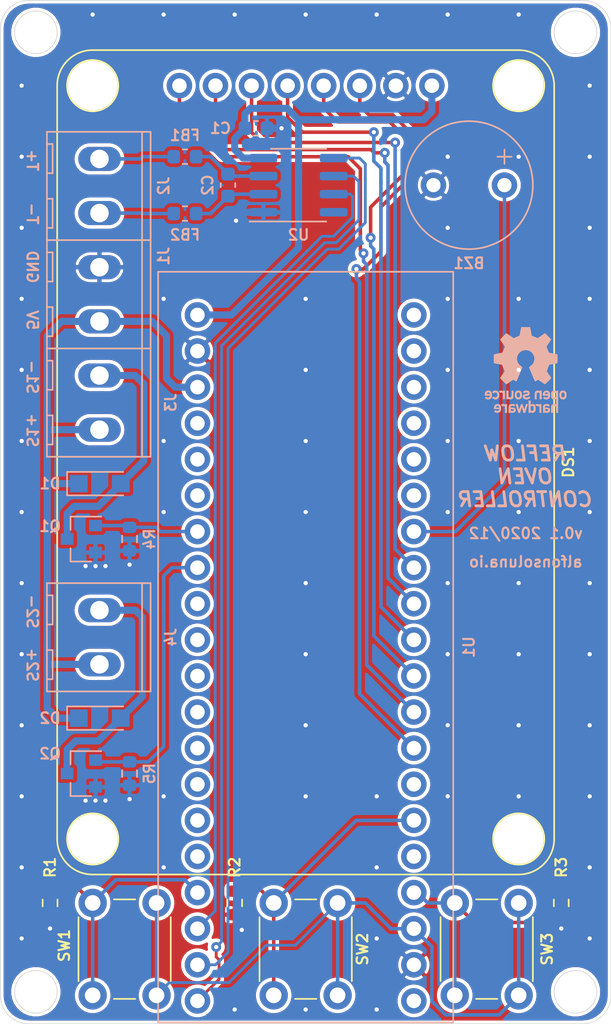
<source format=kicad_pcb>
(kicad_pcb (version 20171130) (host pcbnew 5.1.9)
  (layers (0 F.Cu signal) (31 B.Cu signal) (34 B.Paste user) (35 F.Paste user) (36 B.SilkS user) (37 F.SilkS user) (38 B.Mask user) (39 F.Mask user) (44 Edge.Cuts user))
  (net 0 "")
  (net 1 GND)
  (net 2 /3V3)
  (net 3 /T-_FILTER)
  (net 4 /T+_FILTER)
  (net 5 /T+)
  (net 6 /T-)
  (net 7 /MISO2)
  (net 8 /CS2)
  (net 9 /SCK2)
  (net 10 /BUZZER)
  (net 11 /5V)
  (net 12 /OUT1-)
  (net 13 /OUT2-)
  (net 14 /MOSI1)
  (net 15 /SCK1)
  (net 16 /CS1)
  (net 17 /DC)
  (net 18 /RST)
  (net 19 /BL)
  (net 20 /OUT1)
  (net 21 /OUT2)
  (net 22 /BTN_A)
  (net 23 /BTN_B)
  (net 24 /BTN_C)
  (net 25 /3V3_2)
  (module Symbol:OSHW-Logo_5.7x6mm_SilkScreen (layer B.Cu) (at 15.5 -10 180)
    (fp_text reference REF** hide)
    (fp_text value OSHW-Logo_5.7x6mm_SilkScreen hide)
  )
  (module Resistor_SMD:R_0603_1608Metric (layer B.Cu) (at -12.4 18.4 270)
    (fp_text reference R5 (at 0 -1.4 90) (layer B.SilkS) (effects (font (size 0.75 0.75)) (justify mirror)))
    (fp_text value 10K)
    (pad 2 smd roundrect (at 0.825 0 270) (size 0.8 0.95) (layers B.Cu B.Paste B.Mask) (net 1 GND))
    (pad 1 smd roundrect (at -0.825 0 270) (size 0.8 0.95) (layers B.Cu B.Paste B.Mask) (net 21 /OUT2))
  )
  (module Resistor_SMD:R_0603_1608Metric (layer B.Cu) (at -12.4 1.9 270)
    (fp_text reference R4 (at 0 -1.4 90) (layer B.SilkS) (effects (font (size 0.75 0.75)) (justify mirror)))
    (fp_text value 10K)
    (pad 2 smd roundrect (at 0.825 0 270) (size 0.8 0.95) (layers B.Cu B.Paste B.Mask) (net 1 GND))
    (pad 1 smd roundrect (at -0.825 0 270) (size 0.8 0.95) (layers B.Cu B.Paste B.Mask) (net 20 /OUT1))
  )
  (module Resistor_SMD:R_0603_1608Metric (layer F.Cu) (at 18 27.5 270)
    (fp_text reference R3 (at -2.5 0 90) (layer F.SilkS) (effects (font (size 0.75 0.75))))
    (fp_text value 10K)
    (pad 2 smd roundrect (at 0.825 0 270) (size 0.8 0.95) (layers F.Cu F.Paste F.Mask) (net 1 GND))
    (pad 1 smd roundrect (at -0.825 0 270) (size 0.8 0.95) (layers F.Cu F.Paste F.Mask) (net 24 /BTN_C))
  )
  (module Resistor_SMD:R_0603_1608Metric (layer F.Cu) (at -5 27.5 270)
    (fp_text reference R2 (at -2.5 0 90) (layer F.SilkS) (effects (font (size 0.75 0.75))))
    (fp_text value 10K)
    (pad 2 smd roundrect (at 0.825 0 270) (size 0.8 0.95) (layers F.Cu F.Paste F.Mask) (net 1 GND))
    (pad 1 smd roundrect (at -0.825 0 270) (size 0.8 0.95) (layers F.Cu F.Paste F.Mask) (net 23 /BTN_B))
  )
  (module Resistor_SMD:R_0603_1608Metric (layer F.Cu) (at -18 27.5 270)
    (fp_text reference R1 (at -2.5 0 90) (layer F.SilkS) (effects (font (size 0.75 0.75))))
    (fp_text value 10K)
    (pad 2 smd roundrect (at 0.825 0 270) (size 0.8 0.95) (layers F.Cu F.Paste F.Mask) (net 1 GND))
    (pad 1 smd roundrect (at -0.825 0 270) (size 0.8 0.95) (layers F.Cu F.Paste F.Mask) (net 22 /BTN_A))
  )
  (module Package_TO_SOT_SMD:SOT-23 (layer B.Cu) (at -15.8 18.4 180)
    (fp_text reference Q2 (at 2.2 1.4) (layer B.SilkS) (effects (font (size 0.75 0.75)) (justify mirror)))
    (fp_text value FDN327N)
    (pad 3 smd rect (at 1 0 180) (size 0.9 0.8) (layers B.Cu B.Paste B.Mask) (net 13 /OUT2-))
    (pad 2 smd rect (at -1 -0.95 180) (size 0.9 0.8) (layers B.Cu B.Paste B.Mask) (net 1 GND))
    (pad 1 smd rect (at -1 0.95 180) (size 0.9 0.8) (layers B.Cu B.Paste B.Mask) (net 21 /OUT2))
  )
  (module Package_TO_SOT_SMD:SOT-23 (layer B.Cu) (at -15.8 1.9 180)
    (fp_text reference Q1 (at 2.2 0.9) (layer B.SilkS) (effects (font (size 0.75 0.75)) (justify mirror)))
    (fp_text value FDN327N)
    (pad 3 smd rect (at 1 0 180) (size 0.9 0.8) (layers B.Cu B.Paste B.Mask) (net 12 /OUT1-))
    (pad 2 smd rect (at -1 -0.95 180) (size 0.9 0.8) (layers B.Cu B.Paste B.Mask) (net 1 GND))
    (pad 1 smd rect (at -1 0.95 180) (size 0.9 0.8) (layers B.Cu B.Paste B.Mask) (net 20 /OUT1))
  )
  (module _AKL_Diode:SOD-123FL (layer B.Cu) (at -14.5 14.5)
    (fp_text reference D2 (at -3.5 0) (layer B.SilkS) (effects (font (size 0.75 0.75)) (justify mirror)))
    (fp_text value MBR120VLSFT3G)
    (pad 1 smd rect (at -1.475 0) (size 1.25 1.22) (layers B.Cu B.Paste B.Mask) (net 11 /5V))
    (pad 2 smd rect (at 1.475 0) (size 1.25 1.22) (layers B.Cu B.Paste B.Mask) (net 13 /OUT2-))
  )
  (module _AKL_Diode:SOD-123FL (layer B.Cu) (at -14.5 -2)
    (fp_text reference D1 (at -3.5 0) (layer B.SilkS) (effects (font (size 0.75 0.75)) (justify mirror)))
    (fp_text value MBR120VLSFT3G)
    (pad 1 smd rect (at -1.475 0) (size 1.25 1.22) (layers B.Cu B.Paste B.Mask) (net 11 /5V))
    (pad 2 smd rect (at 1.475 0) (size 1.25 1.22) (layers B.Cu B.Paste B.Mask) (net 12 /OUT1-))
  )
  (module _AKL_Connector:WJ124-3.81-2P (layer B.Cu) (at -14.52 8.81 90)
    (fp_text reference J4 (at 0 5.02 270) (layer B.SilkS) (effects (font (size 0.75 0.75)) (justify mirror)))
    (fp_text value WJ124-3.81-2P)
    (pad 2 thru_hole oval (at 1.905 0) (size 3 1.7) (drill 1.3) (layers *.Cu *.Mask) (net 13 /OUT2-))
    (pad 1 thru_hole oval (at -1.905 0) (size 3 1.7) (drill 1.3) (layers *.Cu *.Mask) (net 11 /5V))
  )
  (module _AKL_Connector:WJ124-3.81-2P (layer B.Cu) (at -14.52 -7.7 90)
    (fp_text reference J3 (at 0 5.02 90) (layer B.SilkS) (effects (font (size 0.75 0.75)) (justify mirror)))
    (fp_text value WJ124-3.81-2P)
    (pad 2 thru_hole oval (at 1.905 0) (size 3 1.7) (drill 1.3) (layers *.Cu *.Mask) (net 12 /OUT1-))
    (pad 1 thru_hole oval (at -1.905 0) (size 3 1.7) (drill 1.3) (layers *.Cu *.Mask) (net 11 /5V))
  )
  (module _AKL_Connector:WJ124-3.81-2P (layer B.Cu) (at -14.52 -22.94 90)
    (fp_text reference J2 (at 0 4.52 270) (layer B.SilkS) (effects (font (size 0.75 0.75)) (justify mirror)))
    (fp_text value WJ124-3.81-2P)
    (pad 2 thru_hole oval (at 1.905 0) (size 3 1.7) (drill 1.3) (layers *.Cu *.Mask) (net 5 /T+))
    (pad 1 thru_hole oval (at -1.905 0) (size 3 1.7) (drill 1.3) (layers *.Cu *.Mask) (net 6 /T-))
  )
  (module _AKL_Connector:WJ124-3.81-2P (layer B.Cu) (at -14.52 -15.32 90)
    (fp_text reference J1 (at 2.68 4.52 270) (layer B.SilkS) (effects (font (size 0.75 0.75)) (justify mirror)))
    (fp_text value WJ124-3.81-2P)
    (pad 2 thru_hole oval (at 1.905 0) (size 3 1.7) (drill 1.3) (layers *.Cu *.Mask) (net 1 GND))
    (pad 1 thru_hole oval (at -1.905 0) (size 3 1.7) (drill 1.3) (layers *.Cu *.Mask) (net 11 /5V))
  )
  (module _AKL_Speaker:HNB09A03 (layer B.Cu) (at 11.5 -23 180)
    (fp_text reference BZ1 (at 0 -5.5) (layer B.SilkS) (effects (font (size 0.75 0.75)) (justify mirror)))
    (fp_text value HNB09A03)
    (pad 2 thru_hole circle (at 2.5 0 180) (size 1.8 1.8) (drill 1) (layers *.Cu *.Mask) (net 1 GND))
    (pad 1 thru_hole circle (at -2.5 0 180) (size 1.8 1.8) (drill 1) (layers *.Cu *.Mask) (net 10 /BUZZER))
  )
  (module _AKL_Module:Waveshare_17344 (layer F.Cu) (at 0 -3.5)
    (fp_text reference DS1 (at 18.5 0 90) (layer F.SilkS) (effects (font (size 0.75 0.75))))
    (fp_text value Waveshare_17344)
    (pad 8 thru_hole circle (at 8.89 -26.5) (size 1.8 1.8) (drill 1.02) (layers *.Cu *.Mask) (net 25 /3V3_2))
    (pad 7 thru_hole circle (at 6.35 -26.5) (size 1.8 1.8) (drill 1.02) (layers *.Cu *.Mask) (net 1 GND))
    (pad 6 thru_hole circle (at 3.81 -26.5) (size 1.8 1.8) (drill 1.02) (layers *.Cu *.Mask) (net 14 /MOSI1))
    (pad 5 thru_hole circle (at 1.27 -26.5) (size 1.8 1.8) (drill 1.02) (layers *.Cu *.Mask) (net 15 /SCK1))
    (pad 4 thru_hole circle (at -1.27 -26.5) (size 1.8 1.8) (drill 1.02) (layers *.Cu *.Mask) (net 16 /CS1))
    (pad 3 thru_hole circle (at -3.81 -26.5) (size 1.8 1.8) (drill 1.02) (layers *.Cu *.Mask) (net 17 /DC))
    (pad 2 thru_hole circle (at -6.35 -26.5) (size 1.8 1.8) (drill 1.02) (layers *.Cu *.Mask) (net 18 /RST))
    (pad 1 thru_hole circle (at -8.89 -26.5) (size 1.8 1.8) (drill 1.02) (layers *.Cu *.Mask) (net 19 /BL))
    (pad "" np_thru_hole circle (at 15 26.5) (size 3 3) (drill 3) (layers *.Cu *.Mask))
    (pad "" np_thru_hole circle (at -15 26.5) (size 3 3) (drill 3) (layers *.Cu *.Mask))
    (pad "" np_thru_hole circle (at 15 -26.5) (size 3 3) (drill 3) (layers *.Cu *.Mask))
    (pad "" np_thru_hole circle (at -15 -26.5) (size 3 3) (drill 3) (layers *.Cu *.Mask))
  )
  (module Inductor_SMD:L_0603_1608Metric (layer B.Cu) (at -8.5 -21)
    (fp_text reference FB2 (at 0 1.5) (layer B.SilkS) (effects (font (size 0.75 0.75)) (justify mirror)))
    (fp_text value Ferrite_Bead)
    (pad 2 smd roundrect (at 0.7875 0) (size 0.875 0.95) (layers B.Cu B.Paste B.Mask) (net 3 /T-_FILTER))
    (pad 1 smd roundrect (at -0.7875 0) (size 0.875 0.95) (layers B.Cu B.Paste B.Mask) (net 6 /T-))
  )
  (module Inductor_SMD:L_0603_1608Metric (layer B.Cu) (at -8.5 -25)
    (fp_text reference FB1 (at 0 -1.5) (layer B.SilkS) (effects (font (size 0.75 0.75)) (justify mirror)))
    (fp_text value Ferrite_Bead)
    (pad 2 smd roundrect (at 0.7875 0) (size 0.875 0.95) (layers B.Cu B.Paste B.Mask) (net 4 /T+_FILTER))
    (pad 1 smd roundrect (at -0.7875 0) (size 0.875 0.95) (layers B.Cu B.Paste B.Mask) (net 5 /T+))
  )
  (module Capacitor_SMD:C_0603_1608Metric (layer B.Cu) (at -5.471 -23 270)
    (fp_text reference C2 (at 0 1.43 90) (layer B.SilkS) (effects (font (size 0.75 0.75)) (justify mirror)))
    (fp_text value 10n)
    (pad 2 smd roundrect (at 0.775 0 270) (size 0.9 0.95) (layers B.Cu B.Paste B.Mask) (net 3 /T-_FILTER))
    (pad 1 smd roundrect (at -0.775 0 270) (size 0.9 0.95) (layers B.Cu B.Paste B.Mask) (net 4 /T+_FILTER))
  )
  (module Capacitor_SMD:C_0603_1608Metric (layer B.Cu) (at -3.5 -27)
    (fp_text reference C1 (at -2.5 0) (layer B.SilkS) (effects (font (size 0.75 0.75)) (justify mirror)))
    (fp_text value 100n)
    (pad 2 smd roundrect (at 0.775 0) (size 0.9 0.95) (layers B.Cu B.Paste B.Mask) (net 1 GND))
    (pad 1 smd roundrect (at -0.775 0) (size 0.9 0.95) (layers B.Cu B.Paste B.Mask) (net 25 /3V3_2))
  )
  (module Package_SO:SOIC-8_3.9x4.9mm_P1.27mm (layer B.Cu) (at -0.5 -23)
    (fp_text reference U2 (at 0 3.5) (layer B.SilkS) (effects (font (size 0.75 0.75)) (justify mirror)))
    (fp_text value MAX31855KASA+T)
    (pad 8 smd roundrect (at 2.475 1.905) (size 1.95 0.6) (layers B.Cu B.Paste B.Mask))
    (pad 7 smd roundrect (at 2.475 0.635) (size 1.95 0.6) (layers B.Cu B.Paste B.Mask) (net 7 /MISO2))
    (pad 6 smd roundrect (at 2.475 -0.635) (size 1.95 0.6) (layers B.Cu B.Paste B.Mask) (net 8 /CS2))
    (pad 5 smd roundrect (at 2.475 -1.905) (size 1.95 0.6) (layers B.Cu B.Paste B.Mask) (net 9 /SCK2))
    (pad 4 smd roundrect (at -2.475 -1.905) (size 1.95 0.6) (layers B.Cu B.Paste B.Mask) (net 25 /3V3_2))
    (pad 3 smd roundrect (at -2.475 -0.635) (size 1.95 0.6) (layers B.Cu B.Paste B.Mask) (net 4 /T+_FILTER))
    (pad 2 smd roundrect (at -2.475 0.635) (size 1.95 0.6) (layers B.Cu B.Paste B.Mask) (net 3 /T-_FILTER))
    (pad 1 smd roundrect (at -2.475 1.905) (size 1.95 0.6) (layers B.Cu B.Paste B.Mask) (net 1 GND))
  )
  (module _AKL_Module:WeAct_MiniF4 (layer B.Cu) (at 0 9.5)
    (fp_text reference U1 (at 11.5 0 90) (layer B.SilkS) (effects (font (size 0.75 0.75)) (justify mirror)))
    (fp_text value WeAct_MiniF4)
    (pad 1 thru_hole circle (at -7.62 24.892) (size 1.8 1.8) (drill 1.02) (layers *.Cu *.Mask) (net 8 /CS2))
    (pad 2 thru_hole circle (at -7.62 22.352) (size 1.8 1.8) (drill 1.02) (layers *.Cu *.Mask) (net 9 /SCK2))
    (pad 3 thru_hole circle (at -7.62 19.812) (size 1.8 1.8) (drill 1.02) (layers *.Cu *.Mask) (net 7 /MISO2))
    (pad 4 thru_hole circle (at -7.62 17.272) (size 1.8 1.8) (drill 1.02) (layers *.Cu *.Mask) (net 22 /BTN_A))
    (pad 5 thru_hole circle (at -7.62 14.732) (size 1.8 1.8) (drill 1.02) (layers *.Cu *.Mask))
    (pad 6 thru_hole circle (at -7.62 12.192) (size 1.8 1.8) (drill 1.02) (layers *.Cu *.Mask))
    (pad 7 thru_hole circle (at -7.62 9.652) (size 1.8 1.8) (drill 1.02) (layers *.Cu *.Mask))
    (pad 8 thru_hole circle (at -7.62 7.112) (size 1.8 1.8) (drill 1.02) (layers *.Cu *.Mask))
    (pad 9 thru_hole circle (at -7.62 4.572) (size 1.8 1.8) (drill 1.02) (layers *.Cu *.Mask))
    (pad 10 thru_hole circle (at -7.62 2.032) (size 1.8 1.8) (drill 1.02) (layers *.Cu *.Mask))
    (pad 11 thru_hole circle (at -7.62 -0.508) (size 1.8 1.8) (drill 1.02) (layers *.Cu *.Mask))
    (pad 12 thru_hole circle (at -7.62 -3.048) (size 1.8 1.8) (drill 1.02) (layers *.Cu *.Mask))
    (pad 13 thru_hole circle (at -7.62 -5.588) (size 1.8 1.8) (drill 1.02) (layers *.Cu *.Mask) (net 21 /OUT2))
    (pad 14 thru_hole circle (at -7.62 -8.128) (size 1.8 1.8) (drill 1.02) (layers *.Cu *.Mask) (net 20 /OUT1))
    (pad 15 thru_hole circle (at -7.62 -10.668) (size 1.8 1.8) (drill 1.02) (layers *.Cu *.Mask))
    (pad 16 thru_hole circle (at -7.62 -13.208) (size 1.8 1.8) (drill 1.02) (layers *.Cu *.Mask))
    (pad 17 thru_hole circle (at -7.62 -15.748) (size 1.8 1.8) (drill 1.02) (layers *.Cu *.Mask))
    (pad 18 thru_hole circle (at -7.62 -18.288) (size 1.8 1.8) (drill 1.02) (layers *.Cu *.Mask) (net 11 /5V))
    (pad 19 thru_hole circle (at -7.62 -20.828) (size 1.8 1.8) (drill 1.02) (layers *.Cu *.Mask) (net 1 GND))
    (pad 20 thru_hole circle (at -7.62 -23.368) (size 1.8 1.8) (drill 1.02) (layers *.Cu *.Mask) (net 25 /3V3_2))
    (pad 21 thru_hole circle (at 7.62 -23.368) (size 1.8 1.8) (drill 1.02) (layers *.Cu *.Mask))
    (pad 22 thru_hole circle (at 7.62 -20.828) (size 1.8 1.8) (drill 1.02) (layers *.Cu *.Mask))
    (pad 23 thru_hole circle (at 7.62 -18.288) (size 1.8 1.8) (drill 1.02) (layers *.Cu *.Mask))
    (pad 24 thru_hole circle (at 7.62 -15.748) (size 1.8 1.8) (drill 1.02) (layers *.Cu *.Mask))
    (pad 25 thru_hole circle (at 7.62 -13.208) (size 1.8 1.8) (drill 1.02) (layers *.Cu *.Mask))
    (pad 26 thru_hole circle (at 7.62 -10.668) (size 1.8 1.8) (drill 1.02) (layers *.Cu *.Mask))
    (pad 27 thru_hole circle (at 7.62 -8.128) (size 1.8 1.8) (drill 1.02) (layers *.Cu *.Mask) (net 10 /BUZZER))
    (pad 28 thru_hole circle (at 7.62 -5.588) (size 1.8 1.8) (drill 1.02) (layers *.Cu *.Mask) (net 17 /DC))
    (pad 29 thru_hole circle (at 7.62 -3.048) (size 1.8 1.8) (drill 1.02) (layers *.Cu *.Mask) (net 18 /RST))
    (pad 30 thru_hole circle (at 7.62 -0.508) (size 1.8 1.8) (drill 1.02) (layers *.Cu *.Mask) (net 16 /CS1))
    (pad 31 thru_hole circle (at 7.62 2.032) (size 1.8 1.8) (drill 1.02) (layers *.Cu *.Mask) (net 15 /SCK1))
    (pad 32 thru_hole circle (at 7.62 4.572) (size 1.8 1.8) (drill 1.02) (layers *.Cu *.Mask) (net 19 /BL))
    (pad 33 thru_hole circle (at 7.62 7.112) (size 1.8 1.8) (drill 1.02) (layers *.Cu *.Mask) (net 14 /MOSI1))
    (pad 34 thru_hole circle (at 7.62 9.652) (size 1.8 1.8) (drill 1.02) (layers *.Cu *.Mask))
    (pad 35 thru_hole circle (at 7.62 12.192) (size 1.8 1.8) (drill 1.02) (layers *.Cu *.Mask) (net 23 /BTN_B))
    (pad 36 thru_hole circle (at 7.62 14.732) (size 1.8 1.8) (drill 1.02) (layers *.Cu *.Mask))
    (pad 37 thru_hole circle (at 7.62 17.272) (size 1.8 1.8) (drill 1.02) (layers *.Cu *.Mask) (net 24 /BTN_C))
    (pad 38 thru_hole circle (at 7.62 19.812) (size 1.8 1.8) (drill 1.02) (layers *.Cu *.Mask) (net 2 /3V3))
    (pad 39 thru_hole circle (at 7.62 22.352) (size 1.8 1.8) (drill 1.02) (layers *.Cu *.Mask) (net 1 GND))
    (pad 40 thru_hole circle (at 7.62 24.892) (size 1.8 1.8) (drill 1.02) (layers *.Cu *.Mask))
  )
  (module Button_Switch_THT:SW_PUSH_6mm_H9.5mm (layer F.Cu) (at -15 34 90)
    (fp_text reference SW1 (at 3.5 -2 90) (layer F.SilkS) (effects (font (size 0.75 0.75))))
    (fp_text value TS-1095-A13B3-D1)
    (pad 2 thru_hole circle (at 0 4.5 180) (size 2 2) (drill 1.1) (layers *.Cu *.Mask) (net 2 /3V3))
    (pad 1 thru_hole circle (at 0 0 180) (size 2 2) (drill 1.1) (layers *.Cu *.Mask) (net 22 /BTN_A))
    (pad 2 thru_hole circle (at 6.5 4.5 180) (size 2 2) (drill 1.1) (layers *.Cu *.Mask) (net 2 /3V3))
    (pad 1 thru_hole circle (at 6.5 0 180) (size 2 2) (drill 1.1) (layers *.Cu *.Mask) (net 22 /BTN_A))
  )
  (module Button_Switch_THT:SW_PUSH_6mm_H9.5mm (layer F.Cu) (at -2.25 34 90)
    (fp_text reference SW2 (at 3.25 6.25 270) (layer F.SilkS) (effects (font (size 0.75 0.75))))
    (fp_text value TS-1095-A13B3-D1)
    (pad 1 thru_hole circle (at 6.5 0 180) (size 2 2) (drill 1.1) (layers *.Cu *.Mask) (net 23 /BTN_B))
    (pad 2 thru_hole circle (at 6.5 4.5 180) (size 2 2) (drill 1.1) (layers *.Cu *.Mask) (net 2 /3V3))
    (pad 1 thru_hole circle (at 0 0 180) (size 2 2) (drill 1.1) (layers *.Cu *.Mask) (net 23 /BTN_B))
    (pad 2 thru_hole circle (at 0 4.5 180) (size 2 2) (drill 1.1) (layers *.Cu *.Mask) (net 2 /3V3))
  )
  (module Button_Switch_THT:SW_PUSH_6mm_H9.5mm (layer F.Cu) (at 10.5 34 90)
    (fp_text reference SW3 (at 3.25 6.5 270) (layer F.SilkS) (effects (font (size 0.75 0.75))))
    (fp_text value TS-1095-A13B3-D1)
    (pad 2 thru_hole circle (at 0 4.5 180) (size 2 2) (drill 1.1) (layers *.Cu *.Mask) (net 2 /3V3))
    (pad 1 thru_hole circle (at 0 0 180) (size 2 2) (drill 1.1) (layers *.Cu *.Mask) (net 24 /BTN_C))
    (pad 2 thru_hole circle (at 6.5 4.5 180) (size 2 2) (drill 1.1) (layers *.Cu *.Mask) (net 2 /3V3))
    (pad 1 thru_hole circle (at 6.5 0 180) (size 2 2) (drill 1.1) (layers *.Cu *.Mask) (net 24 /BTN_C))
  )
  (gr_text S2+ (at -19.25 10.75 -90) (layer B.SilkS) (effects (font (size 0.75 0.75)) (justify mirror)))
  (gr_text S2- (at -19.25 7 -90) (layer B.SilkS) (effects (font (size 0.75 0.75)) (justify mirror)))
  (gr_text S1+ (at -19.25 -5.75 -90) (layer B.SilkS) (effects (font (size 0.75 0.75)) (justify mirror)))
  (gr_text S1- (at -19.25 -9.5 -90) (layer B.SilkS) (effects (font (size 0.75 0.75)) (justify mirror)))
  (gr_text 5V (at -19.25 -13.5 -90) (layer B.SilkS) (effects (font (size 0.75 0.75)) (justify mirror)))
  (gr_text GND (at -19.25 -17.25 -90) (layer B.SilkS) (effects (font (size 0.75 0.75)) (justify mirror)))
  (gr_text T- (at -19.25 -21 -90) (layer B.SilkS) (effects (font (size 0.75 0.75)) (justify mirror)))
  (gr_text T+ (at -19.25 -24.75 -90) (layer B.SilkS) (effects (font (size 0.75 0.75)) (justify mirror)))
  (gr_text alfonsoluna.io (at 15.5 3.5) (layer B.SilkS) (effects (font (size 0.75 0.75)) (justify mirror)))
  (gr_text "v0.1 2020/12" (at 15.5 1.5) (layer B.SilkS) (effects (font (size 0.75 0.75)) (justify mirror)))
  (gr_text "REFLOW\nOVEN\nCONTROLLER" (at 15.5 -2.5) (layer B.SilkS) (effects (font (size 1 1) (thickness 0.2) italic) (justify mirror)))
  (gr_arc (start 19.5 -34) (end 21.5 -34) (angle -90) (layer Edge.Cuts) (width 0.05))
  (gr_arc (start 19.5 34) (end 19.5 36) (angle -90) (layer Edge.Cuts) (width 0.05))
  (gr_arc (start -19.5 34) (end -21.5 34) (angle -90) (layer Edge.Cuts) (width 0.05))
  (gr_arc (start -19.5 -34) (end -19.5 -36) (angle -90) (layer Edge.Cuts) (width 0.05))
  (gr_circle (center 19 33.75) (end 20.5 33.75) (layer Edge.Cuts) (width 0.05))
  (gr_circle (center -19 33.75) (end -17.5 33.75) (layer Edge.Cuts) (width 0.05))
  (gr_circle (center 19 -33.75) (end 20.5 -33.75) (layer Edge.Cuts) (width 0.05))
  (gr_circle (center -19 -33.75) (end -17.5 -33.75) (layer Edge.Cuts) (width 0.05))
  (gr_line (start -19.5 36) (end 19.5 36) (layer Edge.Cuts) (width 0.05))
  (gr_line (start -19.5 -36) (end 19.5 -36) (layer Edge.Cuts) (width 0.05))
  (gr_line (start 21.5 -34) (end 21.5 34) (layer Edge.Cuts) (width 0.05))
  (gr_line (start -21.5 -34) (end -21.5 34) (layer Edge.Cuts) (width 0.05))
  (via (at 18 29.3) (size 0.7) (drill 0.3) (layers F.Cu B.Cu) (net 1))
  (segment (start 18 28.325) (end 18 29.3) (width 0.25) (layer F.Cu) (net 1))
  (via (at -18 29.3) (size 0.7) (drill 0.3) (layers F.Cu B.Cu) (net 1))
  (segment (start -18 28.325) (end -18 29.3) (width 0.25) (layer F.Cu) (net 1))
  (via (at -12.4 3.7) (size 0.7) (drill 0.3) (layers F.Cu B.Cu) (net 1))
  (segment (start -12.4 2.725) (end -12.4 3.7) (width 0.25) (layer B.Cu) (net 1))
  (via (at -14.8 3.8) (size 0.7) (drill 0.3) (layers F.Cu B.Cu) (net 1))
  (segment (start -14.8 2.85) (end -14.8 3.8) (width 0.25) (layer B.Cu) (net 1))
  (via (at -14.8 20.3) (size 0.7) (drill 0.3) (layers F.Cu B.Cu) (net 1))
  (segment (start -14.8 19.35) (end -14.8 20.3) (width 0.25) (layer B.Cu) (net 1))
  (via (at -12.4 20.2) (size 0.7) (drill 0.3) (layers F.Cu B.Cu) (net 1))
  (segment (start -12.4 19.225) (end -12.4 20.2) (width 0.25) (layer B.Cu) (net 1))
  (via (at -14.1 3.8) (size 0.7) (drill 0.3) (layers F.Cu B.Cu) (net 1))
  (via (at -15.5 3.8) (size 0.7) (drill 0.3) (layers F.Cu B.Cu) (net 1))
  (via (at -15.5 20.3) (size 0.7) (drill 0.3) (layers F.Cu B.Cu) (net 1))
  (via (at -14.1 20.3) (size 0.7) (drill 0.3) (layers F.Cu B.Cu) (net 1))
  (via (at -1.7 -27) (size 0.7) (drill 0.3) (layers F.Cu B.Cu) (net 1))
  (segment (start -2.725 -27) (end -1.7 -27) (width 0.5) (layer B.Cu) (net 1))
  (via (at -4.9 -20.5) (size 0.7) (drill 0.3) (layers F.Cu B.Cu) (net 1))
  (segment (start -4.305 -21.095) (end -4.9 -20.5) (width 0.5) (layer B.Cu) (net 1))
  (segment (start -2.975 -21.095) (end -4.305 -21.095) (width 0.5) (layer B.Cu) (net 1))
  (via (at -4.5 29.4) (size 0.7) (drill 0.3) (layers F.Cu B.Cu) (net 1))
  (segment (start -5 28.9) (end -4.5 29.4) (width 0.2) (layer F.Cu) (net 1))
  (segment (start -5 28.325) (end -5 28.9) (width 0.2) (layer F.Cu) (net 1))
  (via (at 15 -35) (size 0.7) (drill 0.3) (layers F.Cu B.Cu) (net 1))
  (via (at 10 -35) (size 0.7) (drill 0.3) (layers F.Cu B.Cu) (net 1))
  (via (at 5 -35) (size 0.7) (drill 0.3) (layers F.Cu B.Cu) (net 1))
  (via (at 0 -35) (size 0.7) (drill 0.3) (layers F.Cu B.Cu) (net 1))
  (via (at -5 -35) (size 0.7) (drill 0.3) (layers F.Cu B.Cu) (net 1))
  (via (at -10 -35) (size 0.7) (drill 0.3) (layers F.Cu B.Cu) (net 1))
  (via (at -15 -35) (size 0.7) (drill 0.3) (layers F.Cu B.Cu) (net 1))
  (via (at -20 -30) (size 0.7) (drill 0.3) (layers F.Cu B.Cu) (net 1))
  (via (at -20 -25) (size 0.7) (drill 0.3) (layers F.Cu B.Cu) (net 1))
  (via (at -20 -20) (size 0.7) (drill 0.3) (layers F.Cu B.Cu) (net 1))
  (via (at -20 -15) (size 0.7) (drill 0.3) (layers F.Cu B.Cu) (net 1))
  (via (at -20 -10) (size 0.7) (drill 0.3) (layers F.Cu B.Cu) (net 1))
  (via (at -20 -5) (size 0.7) (drill 0.3) (layers F.Cu B.Cu) (net 1))
  (via (at -20 0) (size 0.7) (drill 0.3) (layers F.Cu B.Cu) (net 1))
  (via (at -20 5) (size 0.7) (drill 0.3) (layers F.Cu B.Cu) (net 1))
  (via (at -20 10) (size 0.7) (drill 0.3) (layers F.Cu B.Cu) (net 1))
  (via (at -20 15) (size 0.7) (drill 0.3) (layers F.Cu B.Cu) (net 1))
  (via (at -20 20) (size 0.7) (drill 0.3) (layers F.Cu B.Cu) (net 1))
  (via (at -20 25) (size 0.7) (drill 0.3) (layers F.Cu B.Cu) (net 1))
  (via (at -20 30) (size 0.7) (drill 0.3) (layers F.Cu B.Cu) (net 1))
  (via (at -5 35) (size 0.7) (drill 0.3) (layers F.Cu B.Cu) (net 1))
  (via (at 5 35) (size 0.7) (drill 0.3) (layers F.Cu B.Cu) (net 1))
  (via (at 0 35) (size 0.7) (drill 0.3) (layers F.Cu B.Cu) (net 1))
  (via (at 20 30) (size 0.7) (drill 0.3) (layers F.Cu B.Cu) (net 1))
  (via (at 20 25) (size 0.7) (drill 0.3) (layers F.Cu B.Cu) (net 1))
  (via (at 20 20) (size 0.7) (drill 0.3) (layers F.Cu B.Cu) (net 1))
  (via (at 20 15) (size 0.7) (drill 0.3) (layers F.Cu B.Cu) (net 1))
  (via (at 20 10) (size 0.7) (drill 0.3) (layers F.Cu B.Cu) (net 1))
  (via (at 20 5) (size 0.7) (drill 0.3) (layers F.Cu B.Cu) (net 1))
  (via (at 20 0) (size 0.7) (drill 0.3) (layers F.Cu B.Cu) (net 1))
  (via (at 20 -5) (size 0.7) (drill 0.3) (layers F.Cu B.Cu) (net 1))
  (via (at 20 -10) (size 0.7) (drill 0.3) (layers F.Cu B.Cu) (net 1))
  (via (at 20 -15) (size 0.7) (drill 0.3) (layers F.Cu B.Cu) (net 1))
  (via (at 20 -20) (size 0.7) (drill 0.3) (layers F.Cu B.Cu) (net 1))
  (via (at 20 -25) (size 0.7) (drill 0.3) (layers F.Cu B.Cu) (net 1))
  (via (at 20 -30) (size 0.7) (drill 0.3) (layers F.Cu B.Cu) (net 1))
  (via (at 0 -10) (size 0.7) (drill 0.3) (layers F.Cu B.Cu) (net 1))
  (via (at 0 -5) (size 0.7) (drill 0.3) (layers F.Cu B.Cu) (net 1))
  (via (at 0 0) (size 0.7) (drill 0.3) (layers F.Cu B.Cu) (net 1))
  (via (at 0 5) (size 0.7) (drill 0.3) (layers F.Cu B.Cu) (net 1))
  (via (at 0 10) (size 0.7) (drill 0.3) (layers F.Cu B.Cu) (net 1))
  (via (at 0 15) (size 0.7) (drill 0.3) (layers F.Cu B.Cu) (net 1))
  (via (at 0 20) (size 0.7) (drill 0.3) (layers F.Cu B.Cu) (net 1))
  (via (at 5 20) (size 0.7) (drill 0.3) (layers F.Cu B.Cu) (net 1))
  (via (at 5 25) (size 0.7) (drill 0.3) (layers F.Cu B.Cu) (net 1))
  (via (at 0 -15) (size 0.7) (drill 0.3) (layers F.Cu B.Cu) (net 1))
  (via (at -10 -15) (size 0.7) (drill 0.3) (layers F.Cu B.Cu) (net 1))
  (via (at 15 -15) (size 0.7) (drill 0.3) (layers F.Cu B.Cu) (net 1))
  (via (at 15 -10) (size 0.7) (drill 0.3) (layers F.Cu B.Cu) (net 1))
  (via (at 15 -5) (size 0.7) (drill 0.3) (layers F.Cu B.Cu) (net 1))
  (via (at 15 0) (size 0.7) (drill 0.3) (layers F.Cu B.Cu) (net 1))
  (via (at 15 5) (size 0.7) (drill 0.3) (layers F.Cu B.Cu) (net 1))
  (via (at 15 10) (size 0.7) (drill 0.3) (layers F.Cu B.Cu) (net 1))
  (via (at 15 15) (size 0.7) (drill 0.3) (layers F.Cu B.Cu) (net 1))
  (via (at 15 20) (size 0.7) (drill 0.3) (layers F.Cu B.Cu) (net 1))
  (via (at 10 20) (size 0.7) (drill 0.3) (layers F.Cu B.Cu) (net 1))
  (via (at 10 15) (size 0.7) (drill 0.3) (layers F.Cu B.Cu) (net 1))
  (via (at 10 10) (size 0.7) (drill 0.3) (layers F.Cu B.Cu) (net 1))
  (via (at 10 5) (size 0.7) (drill 0.3) (layers F.Cu B.Cu) (net 1))
  (via (at 10 0) (size 0.7) (drill 0.3) (layers F.Cu B.Cu) (net 1))
  (via (at 10 -5) (size 0.7) (drill 0.3) (layers F.Cu B.Cu) (net 1))
  (via (at 10 -10) (size 0.7) (drill 0.3) (layers F.Cu B.Cu) (net 1))
  (via (at 10 -15) (size 0.7) (drill 0.3) (layers F.Cu B.Cu) (net 1))
  (via (at 10 -20) (size 0.7) (drill 0.3) (layers F.Cu B.Cu) (net 1))
  (via (at 10 -25) (size 0.7) (drill 0.3) (layers F.Cu B.Cu) (net 1))
  (via (at 15 -25) (size 0.7) (drill 0.3) (layers F.Cu B.Cu) (net 1))
  (via (at 5 30) (size 0.7) (drill 0.3) (layers F.Cu B.Cu) (net 1))
  (via (at -10 20) (size 0.7) (drill 0.3) (layers F.Cu B.Cu) (net 1))
  (via (at -10 25) (size 0.7) (drill 0.3) (layers F.Cu B.Cu) (net 1))
  (via (at -10 0) (size 0.7) (drill 0.3) (layers F.Cu B.Cu) (net 1))
  (via (at -10 -5) (size 0.7) (drill 0.3) (layers F.Cu B.Cu) (net 1))
  (segment (start -10.5 27.5) (end -10.5 34) (width 0.25) (layer B.Cu) (net 2))
  (segment (start 2.25 27.5) (end 2.25 34) (width 0.25) (layer B.Cu) (net 2))
  (segment (start 15 27.5) (end 15 34) (width 0.25) (layer B.Cu) (net 2))
  (segment (start 2.25 27.5) (end 4.2 27.5) (width 0.25) (layer B.Cu) (net 2))
  (segment (start 6.012 29.312) (end 7.62 29.312) (width 0.25) (layer B.Cu) (net 2))
  (segment (start 4.2 27.5) (end 6.012 29.312) (width 0.25) (layer B.Cu) (net 2))
  (segment (start 13.624999 35.375001) (end 15 34) (width 0.25) (layer B.Cu) (net 2))
  (segment (start 9.839999 35.375001) (end 13.624999 35.375001) (width 0.25) (layer B.Cu) (net 2))
  (segment (start 8.895001 34.430003) (end 9.839999 35.375001) (width 0.25) (layer B.Cu) (net 2))
  (segment (start 8.895001 30.587001) (end 8.895001 34.430003) (width 0.25) (layer B.Cu) (net 2))
  (segment (start 7.62 29.312) (end 8.895001 30.587001) (width 0.25) (layer B.Cu) (net 2))
  (segment (start -0.725 30.475) (end 2.25 27.5) (width 0.2) (layer B.Cu) (net 2))
  (segment (start -2.775 30.475) (end -0.725 30.475) (width 0.2) (layer B.Cu) (net 2))
  (segment (start -5.402001 33.102001) (end -2.775 30.475) (width 0.2) (layer B.Cu) (net 2))
  (segment (start -9.602001 33.102001) (end -5.402001 33.102001) (width 0.2) (layer B.Cu) (net 2))
  (segment (start -10.5 34) (end -9.602001 33.102001) (width 0.2) (layer B.Cu) (net 2))
  (segment (start -5.331 -22.365) (end -5.471 -22.225) (width 0.25) (layer B.Cu) (net 3))
  (segment (start -2.975 -22.365) (end -5.331 -22.365) (width 0.25) (layer B.Cu) (net 3))
  (segment (start -6.696 -21) (end -5.471 -22.225) (width 0.25) (layer B.Cu) (net 3))
  (segment (start -7.7125 -21) (end -6.696 -21) (width 0.25) (layer B.Cu) (net 3))
  (segment (start -5.331 -23.635) (end -5.471 -23.775) (width 0.25) (layer B.Cu) (net 4))
  (segment (start -2.975 -23.635) (end -5.331 -23.635) (width 0.25) (layer B.Cu) (net 4))
  (segment (start -6.696 -25) (end -5.471 -23.775) (width 0.25) (layer B.Cu) (net 4))
  (segment (start -7.7125 -25) (end -6.696 -25) (width 0.25) (layer B.Cu) (net 4))
  (segment (start -14.52 -24.845) (end -11.655 -24.845) (width 0.25) (layer B.Cu) (net 5))
  (segment (start -11.5 -25) (end -11.655 -24.845) (width 0.25) (layer B.Cu) (net 5))
  (segment (start -9.2875 -25) (end -11.5 -25) (width 0.25) (layer B.Cu) (net 5))
  (segment (start -14.52 -21.035) (end -11.535 -21.035) (width 0.25) (layer B.Cu) (net 6))
  (segment (start -11.5 -21) (end -9.2875 -21) (width 0.25) (layer B.Cu) (net 6))
  (segment (start -11.535 -21.035) (end -11.5 -21) (width 0.25) (layer B.Cu) (net 6))
  (segment (start -6.369999 28.061999) (end -7.62 29.312) (width 0.2) (layer B.Cu) (net 7))
  (segment (start 1.148542 -19.4) (end -6.369999 -11.881459) (width 0.2) (layer B.Cu) (net 7))
  (segment (start 1.962124 -19.4) (end 1.148542 -19.4) (width 0.2) (layer B.Cu) (net 7))
  (segment (start 3.30001 -20.737886) (end 1.962124 -19.4) (width 0.2) (layer B.Cu) (net 7))
  (segment (start 3.30001 -22.19999) (end 3.30001 -20.737886) (width 0.2) (layer B.Cu) (net 7))
  (segment (start -6.369999 -11.881459) (end -6.369999 28.061999) (width 0.2) (layer B.Cu) (net 7))
  (segment (start 3.135 -22.365) (end 3.30001 -22.19999) (width 0.2) (layer B.Cu) (net 7))
  (segment (start 1.975 -22.365) (end 3.135 -22.365) (width 0.2) (layer B.Cu) (net 7))
  (segment (start -7.62 34.392) (end -6.1 32.872) (width 0.2) (layer F.Cu) (net 8))
  (via (at -6.3 30.6) (size 0.7) (drill 0.3) (layers F.Cu B.Cu) (net 8))
  (segment (start 3.365 -23.635) (end 1.975 -23.635) (width 0.2) (layer B.Cu) (net 8))
  (segment (start 2.148525 -18.949991) (end 3.75002 -20.551486) (width 0.2) (layer B.Cu) (net 8))
  (segment (start -5.919989 -11.695059) (end 1.334942 -18.94999) (width 0.2) (layer B.Cu) (net 8))
  (segment (start -5.919989 30.219989) (end -5.919989 -11.695059) (width 0.2) (layer B.Cu) (net 8))
  (segment (start 3.75002 -23.24998) (end 3.365 -23.635) (width 0.2) (layer B.Cu) (net 8))
  (segment (start 3.75002 -20.551486) (end 3.75002 -23.24998) (width 0.2) (layer B.Cu) (net 8))
  (segment (start 1.334942 -18.94999) (end 2.148525 -18.949991) (width 0.2) (layer B.Cu) (net 8))
  (segment (start -6.3 30.6) (end -5.919989 30.219989) (width 0.2) (layer B.Cu) (net 8))
  (segment (start -6.3 31.3) (end -6.1 31.5) (width 0.2) (layer F.Cu) (net 8))
  (segment (start -6.3 30.6) (end -6.3 31.3) (width 0.2) (layer F.Cu) (net 8))
  (segment (start -6.1 32.872) (end -6.1 31.5) (width 0.2) (layer F.Cu) (net 8))
  (segment (start -5.469979 30.974771) (end -5.469979 29.469979) (width 0.2) (layer B.Cu) (net 9))
  (segment (start -6.347208 31.852) (end -5.469979 30.974771) (width 0.2) (layer B.Cu) (net 9))
  (segment (start -7.62 31.852) (end -6.347208 31.852) (width 0.2) (layer B.Cu) (net 9))
  (segment (start -5.469979 27) (end -5.469979 27.730021) (width 0.2) (layer B.Cu) (net 9))
  (segment (start -5.469979 27.730021) (end -5.469979 29.469979) (width 0.2) (layer B.Cu) (net 9))
  (segment (start 4.200029 -23.436381) (end 4.2 -23.43641) (width 0.2) (layer B.Cu) (net 9))
  (segment (start 4.2 -24.5) (end 3.795 -24.905) (width 0.2) (layer B.Cu) (net 9))
  (segment (start 4.20003 -20.365086) (end 4.200029 -23.436381) (width 0.2) (layer B.Cu) (net 9))
  (segment (start 2.334926 -18.499982) (end 4.20003 -20.365086) (width 0.2) (layer B.Cu) (net 9))
  (segment (start 1.521344 -18.499982) (end 2.334926 -18.499982) (width 0.2) (layer B.Cu) (net 9))
  (segment (start -5.469979 -11.508659) (end 1.521344 -18.499982) (width 0.2) (layer B.Cu) (net 9))
  (segment (start 4.2 -23.43641) (end 4.2 -24.5) (width 0.2) (layer B.Cu) (net 9))
  (segment (start -5.469979 27.730021) (end -5.469979 -11.508659) (width 0.2) (layer B.Cu) (net 9))
  (segment (start 3.795 -24.905) (end 1.975 -24.905) (width 0.2) (layer B.Cu) (net 9))
  (segment (start 13 -1.075) (end 10.553 1.372) (width 0.25) (layer B.Cu) (net 10))
  (segment (start 14 -2.075) (end 10.553 1.372) (width 0.25) (layer B.Cu) (net 10))
  (segment (start 14 -23) (end 14 -2.075) (width 0.25) (layer B.Cu) (net 10))
  (segment (start 7.62 1.372) (end 10.553 1.372) (width 0.25) (layer B.Cu) (net 10))
  (segment (start -7.62 -8.788) (end -9.188 -8.788) (width 0.5) (layer B.Cu) (net 11))
  (segment (start -9.188 -8.788) (end -9.8 -9.4) (width 0.5) (layer B.Cu) (net 11))
  (segment (start -9.8 -9.4) (end -9.8 -12.4) (width 0.5) (layer B.Cu) (net 11))
  (segment (start -10.815 -13.415) (end -14.52 -13.415) (width 0.5) (layer B.Cu) (net 11))
  (segment (start -9.8 -12.4) (end -10.815 -13.415) (width 0.5) (layer B.Cu) (net 11))
  (segment (start -14.52 -13.415) (end -17.185 -13.415) (width 0.5) (layer B.Cu) (net 11))
  (segment (start -17.185 -13.415) (end -18.2 -12.4) (width 0.5) (layer B.Cu) (net 11))
  (segment (start -17.695 -5.795) (end -14.52 -5.795) (width 0.5) (layer B.Cu) (net 11))
  (segment (start -18.2 -12.4) (end -18.2 -7.2) (width 0.5) (layer B.Cu) (net 11))
  (segment (start -18.2 -7.2) (end -18.2 -6.3) (width 0.5) (layer B.Cu) (net 11))
  (segment (start -17.185 10.715) (end -14.52 10.715) (width 0.5) (layer B.Cu) (net 11))
  (segment (start -15.975 14.5) (end -17.5 14.5) (width 0.5) (layer B.Cu) (net 11))
  (segment (start -17.5 14.5) (end -18.2 13.8) (width 0.5) (layer B.Cu) (net 11))
  (segment (start -18.2 9.3) (end -18.2 9.7) (width 0.5) (layer B.Cu) (net 11))
  (segment (start -18.085 10.715) (end -18.2 10.6) (width 0.5) (layer B.Cu) (net 11))
  (segment (start -14.52 10.715) (end -18.085 10.715) (width 0.5) (layer B.Cu) (net 11))
  (segment (start -18.2 10.6) (end -18.2 9.3) (width 0.5) (layer B.Cu) (net 11))
  (segment (start -18.2 13.8) (end -18.2 10.6) (width 0.5) (layer B.Cu) (net 11))
  (segment (start -14.52 -5.795) (end -18.105 -5.795) (width 0.5) (layer B.Cu) (net 11))
  (segment (start -18.105 -5.795) (end -18.2 -5.7) (width 0.5) (layer B.Cu) (net 11))
  (segment (start -18.2 -7.2) (end -18.2 -5.7) (width 0.5) (layer B.Cu) (net 11))
  (segment (start -15.975 -2) (end -18.2 -2) (width 0.5) (layer B.Cu) (net 11))
  (segment (start -18.2 -2) (end -18.2 9.3) (width 0.5) (layer B.Cu) (net 11))
  (segment (start -18.2 -5.7) (end -18.2 -2) (width 0.5) (layer B.Cu) (net 11))
  (segment (start -13.025 -2) (end -13 -2) (width 0.5) (layer B.Cu) (net 12))
  (segment (start -13 -2) (end -11.4 -3.6) (width 0.5) (layer B.Cu) (net 12))
  (segment (start -11.4 -3.6) (end -11.4 -9) (width 0.5) (layer B.Cu) (net 12))
  (segment (start -12.005 -9.605) (end -14.52 -9.605) (width 0.5) (layer B.Cu) (net 12))
  (segment (start -11.4 -9) (end -12.005 -9.605) (width 0.5) (layer B.Cu) (net 12))
  (segment (start -13.025 -2) (end -13.025 -1.975) (width 0.5) (layer B.Cu) (net 12))
  (segment (start -13.025 -1.975) (end -14.6 -0.4) (width 0.5) (layer B.Cu) (net 12))
  (segment (start -14.6 -0.4) (end -16.3 -0.4) (width 0.5) (layer B.Cu) (net 12))
  (segment (start -16.8 0.1) (end -16.8 1.9) (width 0.5) (layer B.Cu) (net 12))
  (segment (start -16.3 -0.4) (end -16.8 0.1) (width 0.5) (layer B.Cu) (net 12))
  (segment (start -11.5 12.975) (end -13.025 14.5) (width 0.5) (layer B.Cu) (net 13))
  (segment (start -11.5 7.4) (end -11.5 12.975) (width 0.5) (layer B.Cu) (net 13))
  (segment (start -11.995 6.905) (end -11.5 7.4) (width 0.5) (layer B.Cu) (net 13))
  (segment (start -14.52 6.905) (end -11.995 6.905) (width 0.5) (layer B.Cu) (net 13))
  (segment (start -13.025 14.5) (end -13.025 14.525) (width 0.5) (layer B.Cu) (net 13))
  (segment (start -13.025 14.525) (end -14.6 16.1) (width 0.5) (layer B.Cu) (net 13))
  (segment (start -14.6 16.1) (end -16.2 16.1) (width 0.5) (layer B.Cu) (net 13))
  (segment (start -16.8 16.7) (end -16.8 18.4) (width 0.5) (layer B.Cu) (net 13))
  (segment (start -16.2 16.1) (end -16.8 16.7) (width 0.5) (layer B.Cu) (net 13))
  (segment (start 7.62 16.612) (end 3.79995 12.79195) (width 0.25) (layer B.Cu) (net 14))
  (via (at 3.574787 -17.099827) (size 0.7) (drill 0.3) (layers F.Cu B.Cu) (net 14))
  (segment (start 3.574787 -16.425113) (end 3.79995 -16.19995) (width 0.25) (layer B.Cu) (net 14))
  (segment (start 3.574787 -17.099827) (end 3.574787 -16.425113) (width 0.25) (layer B.Cu) (net 14))
  (segment (start 3.79995 12.79195) (end 3.79995 -16.19995) (width 0.25) (layer B.Cu) (net 14))
  (segment (start 4.069761 -17.099827) (end 5.299981 -18.330047) (width 0.25) (layer F.Cu) (net 14))
  (segment (start 5.299981 -18.330047) (end 5.299981 -21.466863) (width 0.25) (layer F.Cu) (net 14))
  (segment (start 3.574787 -17.099827) (end 4.069761 -17.099827) (width 0.25) (layer F.Cu) (net 14))
  (segment (start 5.299981 -21.466863) (end 7.525011 -23.691893) (width 0.25) (layer F.Cu) (net 14))
  (segment (start 7.525011 -26.555111) (end 6.130111 -27.950011) (width 0.25) (layer F.Cu) (net 14))
  (segment (start 7.525011 -23.691893) (end 7.525011 -26.555111) (width 0.25) (layer F.Cu) (net 14))
  (segment (start 6.130111 -27.950011) (end 4.449989 -27.950011) (width 0.25) (layer F.Cu) (net 14))
  (segment (start 3.81 -28.59) (end 3.81 -30) (width 0.25) (layer F.Cu) (net 14))
  (segment (start 4.449989 -27.950011) (end 3.81 -28.59) (width 0.25) (layer F.Cu) (net 14))
  (via (at 4.57498 -19.3) (size 0.7) (drill 0.3) (layers F.Cu B.Cu) (net 15))
  (segment (start 4.79997 8.71197) (end 7.62 11.532) (width 0.25) (layer B.Cu) (net 15))
  (segment (start 4.79997 -18.49997) (end 4.79997 8.71197) (width 0.25) (layer B.Cu) (net 15))
  (segment (start 4.57498 -18.72496) (end 4.79997 -18.49997) (width 0.25) (layer B.Cu) (net 15))
  (segment (start 4.57498 -19.3) (end 4.57498 -18.72496) (width 0.25) (layer B.Cu) (net 15))
  (segment (start 7.025001 -23.899003) (end 4.57498 -21.448982) (width 0.25) (layer F.Cu) (net 15))
  (segment (start 7.025001 -26.348001) (end 7.025001 -23.899003) (width 0.25) (layer F.Cu) (net 15))
  (segment (start 5.923001 -27.450001) (end 7.025001 -26.348001) (width 0.25) (layer F.Cu) (net 15))
  (segment (start 2.249999 -27.450001) (end 5.923001 -27.450001) (width 0.25) (layer F.Cu) (net 15))
  (segment (start 1.27 -28.43) (end 2.249999 -27.450001) (width 0.25) (layer F.Cu) (net 15))
  (segment (start 4.57498 -21.448982) (end 4.57498 -19.3) (width 0.25) (layer F.Cu) (net 15))
  (segment (start 1.27 -30) (end 1.27 -28.43) (width 0.25) (layer F.Cu) (net 15))
  (segment (start 5.29998 6.67198) (end 7.62 8.992) (width 0.25) (layer B.Cu) (net 16))
  (segment (start 5.29998 -24.1929) (end 4.8 -24.69288) (width 0.25) (layer B.Cu) (net 16))
  (segment (start 5.29998 -23.09998) (end 5.29998 -24.1929) (width 0.25) (layer B.Cu) (net 16))
  (segment (start 5.29998 -23.3) (end 5.29998 -23.09998) (width 0.25) (layer B.Cu) (net 16))
  (segment (start 5.29998 -23.09998) (end 5.29998 6.67198) (width 0.25) (layer B.Cu) (net 16))
  (via (at 4.8 -26.725) (size 0.7) (drill 0.3) (layers F.Cu B.Cu) (net 16))
  (segment (start 4.8 -24.69288) (end 4.8 -26.725) (width 0.25) (layer B.Cu) (net 16))
  (segment (start -1.27 -27.77) (end -1.27 -30) (width 0.25) (layer F.Cu) (net 16))
  (segment (start -0.225 -26.725) (end -1.27 -27.77) (width 0.25) (layer F.Cu) (net 16))
  (segment (start 4.8 -26.725) (end -0.225 -26.725) (width 0.25) (layer F.Cu) (net 16))
  (via (at 6.3 -26) (size 0.7) (drill 0.3) (layers F.Cu B.Cu) (net 17))
  (segment (start 6.3 2.592) (end 6.3 -26) (width 0.25) (layer B.Cu) (net 17))
  (segment (start 7.62 3.912) (end 6.3 2.592) (width 0.25) (layer B.Cu) (net 17))
  (segment (start -3.81 -30) (end -3.81 -26.71) (width 0.25) (layer F.Cu) (net 17))
  (segment (start -3.81 -26.71) (end -3.1 -26) (width 0.25) (layer F.Cu) (net 17))
  (segment (start -3.1 -26) (end -0.3 -26) (width 0.25) (layer F.Cu) (net 17))
  (segment (start 6.3 -26) (end -0.3 -26) (width 0.25) (layer F.Cu) (net 17))
  (via (at 5.570188 -25.275) (size 0.7) (drill 0.3) (layers F.Cu B.Cu) (net 18))
  (segment (start 5.79999 4.63199) (end 7.62 6.452) (width 0.25) (layer B.Cu) (net 18))
  (segment (start 5.79999 -24.40001) (end 5.79999 4.63199) (width 0.25) (layer B.Cu) (net 18))
  (segment (start 5.570188 -24.629812) (end 5.79999 -24.40001) (width 0.25) (layer B.Cu) (net 18))
  (segment (start 5.570188 -25.275) (end 5.570188 -24.629812) (width 0.25) (layer B.Cu) (net 18))
  (segment (start 4.6 -25.49999) (end 4.82499 -25.275) (width 0.25) (layer F.Cu) (net 18))
  (segment (start -5.69287 -25.49999) (end 4.6 -25.49999) (width 0.25) (layer F.Cu) (net 18))
  (segment (start 4.82499 -25.275) (end 5.570188 -25.275) (width 0.25) (layer F.Cu) (net 18))
  (segment (start -6.35 -26.15712) (end -5.69287 -25.49999) (width 0.25) (layer F.Cu) (net 18))
  (segment (start -6.35 -30) (end -6.35 -26.15712) (width 0.25) (layer F.Cu) (net 18))
  (via (at 4.074802 -18.199832) (size 0.7) (drill 0.3) (layers F.Cu B.Cu) (net 19))
  (segment (start 4.29996 10.75196) (end 7.62 14.072) (width 0.25) (layer B.Cu) (net 19))
  (segment (start 4.29996 -17.39996) (end 4.29996 10.75196) (width 0.25) (layer B.Cu) (net 19))
  (segment (start 4.074802 -17.625118) (end 4.29996 -17.39996) (width 0.25) (layer B.Cu) (net 19))
  (segment (start 4.074802 -18.199832) (end 4.074802 -17.625118) (width 0.25) (layer B.Cu) (net 19))
  (segment (start 3.849979 -18.424655) (end 4.074802 -18.199832) (width 0.25) (layer F.Cu) (net 19))
  (segment (start 3.849979 -24.150021) (end 3.849979 -18.424655) (width 0.25) (layer F.Cu) (net 19))
  (segment (start 3.00002 -24.99998) (end 3.849979 -24.150021) (width 0.25) (layer F.Cu) (net 19))
  (segment (start -5.89998 -24.99998) (end 3.00002 -24.99998) (width 0.25) (layer F.Cu) (net 19))
  (segment (start -8.89 -27.99) (end -5.89998 -24.99998) (width 0.25) (layer F.Cu) (net 19))
  (segment (start -8.89 -30) (end -8.89 -27.99) (width 0.25) (layer F.Cu) (net 19))
  (segment (start -7.62 1.372) (end -9.628 1.372) (width 0.25) (layer B.Cu) (net 20))
  (segment (start -7.62 1.372) (end -10.228 1.372) (width 0.25) (layer B.Cu) (net 20))
  (segment (start -10.525 1.075) (end -12.5 1.075) (width 0.25) (layer B.Cu) (net 20))
  (segment (start -10.228 1.372) (end -10.525 1.075) (width 0.25) (layer B.Cu) (net 20))
  (segment (start -12.625 0.95) (end -12.5 1.075) (width 0.25) (layer B.Cu) (net 20))
  (segment (start -15 0.95) (end -12.625 0.95) (width 0.25) (layer B.Cu) (net 20))
  (segment (start -10 6.292) (end -10 16.5) (width 0.25) (layer B.Cu) (net 21))
  (segment (start -7.62 3.912) (end -9.412 3.912) (width 0.25) (layer B.Cu) (net 21))
  (segment (start -9.412 3.912) (end -10 4.5) (width 0.25) (layer B.Cu) (net 21))
  (segment (start -10 4.5) (end -10 7) (width 0.25) (layer B.Cu) (net 21))
  (segment (start -14.875 17.575) (end -15 17.45) (width 0.25) (layer B.Cu) (net 21))
  (segment (start -12.5 17.575) (end -14.875 17.575) (width 0.25) (layer B.Cu) (net 21))
  (segment (start -11.075 17.575) (end -10 16.5) (width 0.25) (layer B.Cu) (net 21))
  (segment (start -12.5 17.575) (end -11.075 17.575) (width 0.25) (layer B.Cu) (net 21))
  (segment (start -15 27.5) (end -15 34) (width 0.25) (layer B.Cu) (net 22))
  (segment (start -17.825 26.5) (end -18 26.675) (width 0.25) (layer F.Cu) (net 22))
  (segment (start -16 26.5) (end -17.825 26.5) (width 0.25) (layer F.Cu) (net 22))
  (segment (start -15 27.5) (end -16 26.5) (width 0.25) (layer F.Cu) (net 22))
  (segment (start -13.372001 25.872001) (end -15 27.5) (width 0.25) (layer B.Cu) (net 22))
  (segment (start -8.519999 25.872001) (end -13.372001 25.872001) (width 0.25) (layer B.Cu) (net 22))
  (segment (start -7.62 26.772) (end -8.519999 25.872001) (width 0.25) (layer B.Cu) (net 22))
  (segment (start -2.25 27.5) (end -3.25 26.5) (width 0.25) (layer F.Cu) (net 23))
  (segment (start -4.825 26.5) (end -5 26.675) (width 0.25) (layer F.Cu) (net 23))
  (segment (start -3.25 26.5) (end -4.825 26.5) (width 0.25) (layer F.Cu) (net 23))
  (segment (start 3.558 21.692) (end 7.62 21.692) (width 0.25) (layer B.Cu) (net 23))
  (segment (start -2.25 27.5) (end 3.558 21.692) (width 0.25) (layer B.Cu) (net 23))
  (segment (start -2.25 27.5) (end -2.25 27.35) (width 0.25) (layer B.Cu) (net 23))
  (segment (start -2.25 27.5) (end -2.25 34) (width 0.25) (layer F.Cu) (net 23))
  (segment (start 10.5 27.5) (end 10.5 34) (width 0.25) (layer B.Cu) (net 24))
  (segment (start 11.875001 28.875001) (end 10.5 27.5) (width 0.25) (layer F.Cu) (net 24))
  (segment (start 16.375001 28.160001) (end 15.660001 28.875001) (width 0.25) (layer F.Cu) (net 24))
  (segment (start 15.660001 28.875001) (end 11.875001 28.875001) (width 0.25) (layer F.Cu) (net 24))
  (segment (start 16.375001 27.224999) (end 16.375001 28.160001) (width 0.25) (layer F.Cu) (net 24))
  (segment (start 16.925 26.675) (end 16.375001 27.224999) (width 0.25) (layer F.Cu) (net 24))
  (segment (start 18 26.675) (end 16.925 26.675) (width 0.25) (layer F.Cu) (net 24))
  (segment (start 7.872 26.772) (end 8.6 27.5) (width 0.25) (layer B.Cu) (net 24))
  (segment (start 7.62 26.772) (end 7.872 26.772) (width 0.25) (layer B.Cu) (net 24))
  (segment (start 10.5 27.5) (end 8.6 27.5) (width 0.25) (layer B.Cu) (net 24))
  (segment (start -4.275 -28.025) (end -4.275 -27) (width 0.5) (layer B.Cu) (net 25))
  (segment (start -4.405 -24.905) (end -4.9 -25.4) (width 0.5) (layer B.Cu) (net 25))
  (segment (start -2.975 -24.905) (end -4.405 -24.905) (width 0.5) (layer B.Cu) (net 25))
  (segment (start -4.9 -25.4) (end -5 -25.5) (width 0.25) (layer B.Cu) (net 25))
  (segment (start -5 -26.275) (end -4.275 -27) (width 0.5) (layer B.Cu) (net 25))
  (segment (start -5 -25.5) (end -5 -26.275) (width 0.5) (layer B.Cu) (net 25))
  (segment (start -5.232 -13.868) (end -7.62 -13.868) (width 0.5) (layer B.Cu) (net 25))
  (segment (start -0.5 -18.6) (end -5.232 -13.868) (width 0.5) (layer B.Cu) (net 25))
  (segment (start -0.5 -24) (end -0.5 -23.3) (width 0.5) (layer B.Cu) (net 25))
  (segment (start -0.5 -23.3) (end -0.5 -18.6) (width 0.5) (layer B.Cu) (net 25))
  (segment (start -0.5 -23.3) (end -0.5 -27.6) (width 0.5) (layer B.Cu) (net 25))
  (segment (start -1.3 -28.4) (end -1.05 -28.15) (width 0.5) (layer B.Cu) (net 25))
  (segment (start -3.9 -28.4) (end -1.3 -28.4) (width 0.5) (layer B.Cu) (net 25))
  (segment (start -0.5 -27.6) (end -1.05 -28.15) (width 0.5) (layer B.Cu) (net 25))
  (segment (start -3.9 -28.4) (end -4.275 -28.025) (width 0.5) (layer B.Cu) (net 25))
  (segment (start 8.89 -28.19) (end 8.89 -30) (width 0.5) (layer B.Cu) (net 25))
  (segment (start 8.3 -27.6) (end 8.89 -28.19) (width 0.5) (layer B.Cu) (net 25))
  (segment (start -0.5 -27.6) (end 8.3 -27.6) (width 0.5) (layer B.Cu) (net 25))
  (zone (net 1) (net_name GND) (layer F.Cu) (connect_pads (clearance 0.2)) (min_thickness 0.2) (fill yes (arc_segments 32) (thermal_gap 0.2) (thermal_bridge_width 0.3))
    (polygon (pts (xy 21.5 -36) (xy 21.5 36) (xy -21.5 36) (xy -21.5 -36)))
  )
  (zone (net 1) (net_name GND) (layer B.Cu) (connect_pads (clearance 0.2)) (min_thickness 0.2) (fill yes (arc_segments 32) (thermal_gap 0.2) (thermal_bridge_width 0.3))
    (polygon (pts (xy 21.5 36) (xy -21.5 36) (xy -21.5 -36) (xy 21.5 -36)))
  )
)
</source>
